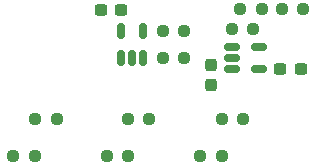
<source format=gbr>
%TF.GenerationSoftware,KiCad,Pcbnew,7.0.5*%
%TF.CreationDate,2024-01-17T23:09:27-05:00*%
%TF.ProjectId,BURNING_R,4255524e-494e-4475-9f52-2e6b69636164,rev?*%
%TF.SameCoordinates,Original*%
%TF.FileFunction,Paste,Bot*%
%TF.FilePolarity,Positive*%
%FSLAX46Y46*%
G04 Gerber Fmt 4.6, Leading zero omitted, Abs format (unit mm)*
G04 Created by KiCad (PCBNEW 7.0.5) date 2024-01-17 23:09:27*
%MOMM*%
%LPD*%
G01*
G04 APERTURE LIST*
G04 Aperture macros list*
%AMRoundRect*
0 Rectangle with rounded corners*
0 $1 Rounding radius*
0 $2 $3 $4 $5 $6 $7 $8 $9 X,Y pos of 4 corners*
0 Add a 4 corners polygon primitive as box body*
4,1,4,$2,$3,$4,$5,$6,$7,$8,$9,$2,$3,0*
0 Add four circle primitives for the rounded corners*
1,1,$1+$1,$2,$3*
1,1,$1+$1,$4,$5*
1,1,$1+$1,$6,$7*
1,1,$1+$1,$8,$9*
0 Add four rect primitives between the rounded corners*
20,1,$1+$1,$2,$3,$4,$5,0*
20,1,$1+$1,$4,$5,$6,$7,0*
20,1,$1+$1,$6,$7,$8,$9,0*
20,1,$1+$1,$8,$9,$2,$3,0*%
G04 Aperture macros list end*
%ADD10RoundRect,0.237500X-0.237500X0.300000X-0.237500X-0.300000X0.237500X-0.300000X0.237500X0.300000X0*%
%ADD11RoundRect,0.237500X0.250000X0.237500X-0.250000X0.237500X-0.250000X-0.237500X0.250000X-0.237500X0*%
%ADD12RoundRect,0.237500X-0.250000X-0.237500X0.250000X-0.237500X0.250000X0.237500X-0.250000X0.237500X0*%
%ADD13RoundRect,0.150000X-0.512500X-0.150000X0.512500X-0.150000X0.512500X0.150000X-0.512500X0.150000X0*%
%ADD14RoundRect,0.237500X0.300000X0.237500X-0.300000X0.237500X-0.300000X-0.237500X0.300000X-0.237500X0*%
%ADD15RoundRect,0.150000X0.150000X-0.512500X0.150000X0.512500X-0.150000X0.512500X-0.150000X-0.512500X0*%
G04 APERTURE END LIST*
D10*
%TO.C,C6*%
X154250000Y-94066121D03*
X154250000Y-95791121D03*
%TD*%
D11*
%TO.C,R3*%
X157805000Y-91058621D03*
X155980000Y-91058621D03*
%TD*%
D12*
%TO.C,R4*%
X158542500Y-89358621D03*
X156717500Y-89358621D03*
%TD*%
D11*
%TO.C,R9*%
X155132500Y-101838621D03*
X153307500Y-101838621D03*
%TD*%
%TO.C,R8*%
X141182500Y-98658621D03*
X139357500Y-98658621D03*
%TD*%
D13*
%TO.C,U3*%
X155992500Y-94458621D03*
X155992500Y-93508621D03*
X155992500Y-92558621D03*
X158267500Y-92558621D03*
X158267500Y-94458621D03*
%TD*%
D12*
%TO.C,R5*%
X160207500Y-89358621D03*
X162032500Y-89358621D03*
%TD*%
D11*
%TO.C,R1*%
X151952500Y-91198621D03*
X150127500Y-91198621D03*
%TD*%
D14*
%TO.C,C4*%
X146612500Y-89468621D03*
X144887500Y-89468621D03*
%TD*%
D11*
%TO.C,R10*%
X147212500Y-101828621D03*
X145387500Y-101828621D03*
%TD*%
%TO.C,R11*%
X139312500Y-101838621D03*
X137487500Y-101838621D03*
%TD*%
D12*
%TO.C,R2*%
X150127500Y-93488621D03*
X151952500Y-93488621D03*
%TD*%
D15*
%TO.C,U2*%
X148500000Y-93486121D03*
X147550000Y-93486121D03*
X146600000Y-93486121D03*
X146600000Y-91211121D03*
X148500000Y-91211121D03*
%TD*%
D11*
%TO.C,R7*%
X149002500Y-98648621D03*
X147177500Y-98648621D03*
%TD*%
%TO.C,R6*%
X156962500Y-98658621D03*
X155137500Y-98658621D03*
%TD*%
D14*
%TO.C,C5*%
X161825000Y-94458621D03*
X160100000Y-94458621D03*
%TD*%
M02*

</source>
